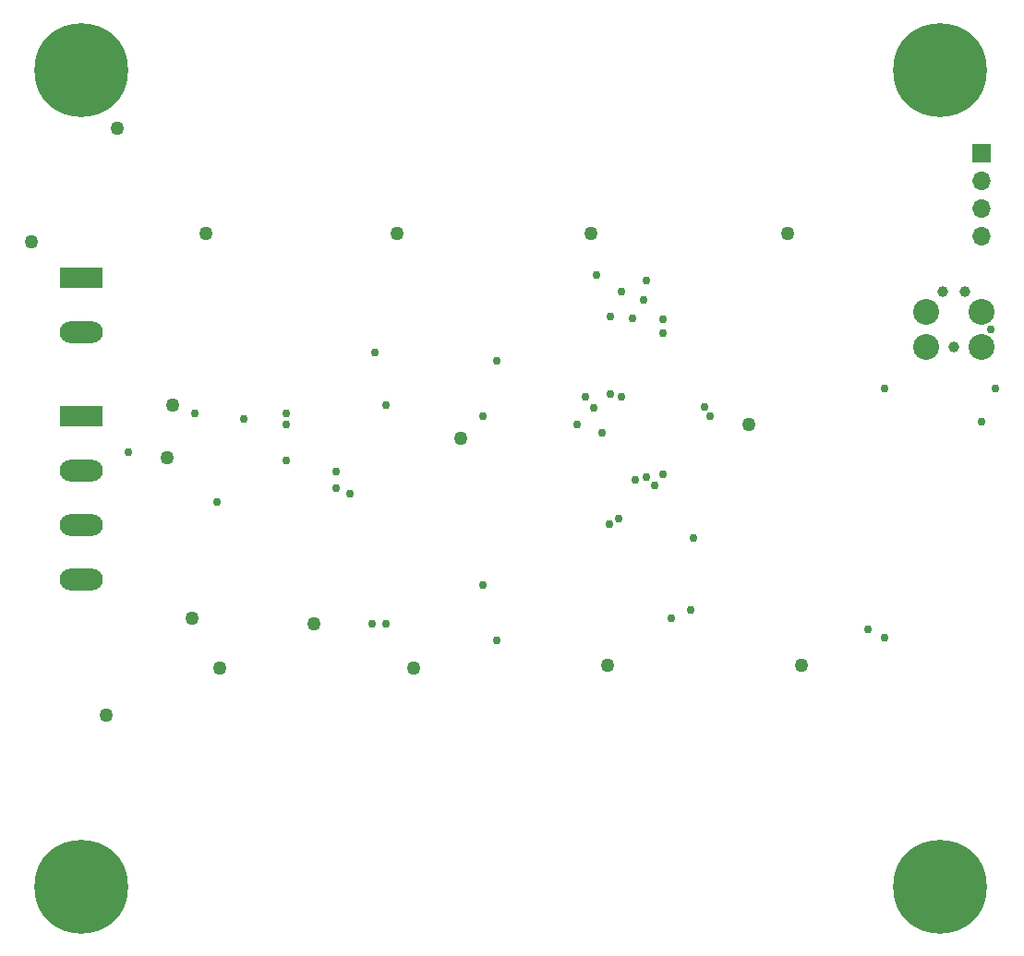
<source format=gbs>
G04 #@! TF.FileFunction,Soldermask,Bot*
%FSLAX46Y46*%
G04 Gerber Fmt 4.6, Leading zero omitted, Abs format (unit mm)*
G04 Created by KiCad (PCBNEW 4.0.6) date 11/20/17 19:22:43*
%MOMM*%
%LPD*%
G01*
G04 APERTURE LIST*
%ADD10C,0.100000*%
%ADD11R,3.960000X1.980000*%
%ADD12O,3.960000X1.980000*%
%ADD13C,2.374900*%
%ADD14C,0.990600*%
%ADD15R,1.700000X1.700000*%
%ADD16O,1.700000X1.700000*%
%ADD17C,8.600000*%
%ADD18C,0.900000*%
%ADD19C,1.270000*%
%ADD20C,0.762000*%
G04 APERTURE END LIST*
D10*
D11*
X91440000Y-81280000D03*
D12*
X91440000Y-86280000D03*
D11*
X91440000Y-93980000D03*
D12*
X91440000Y-98980000D03*
X91440000Y-108980000D03*
X91440000Y-103980000D03*
D13*
X173990000Y-87630000D03*
X168910000Y-87630000D03*
X168910000Y-84455000D03*
X173990000Y-84455000D03*
D14*
X170434000Y-82550000D03*
X172466000Y-82550000D03*
X171450000Y-87630000D03*
D15*
X173990000Y-69850000D03*
D16*
X173990000Y-72390000D03*
X173990000Y-74930000D03*
X173990000Y-77470000D03*
D17*
X91440000Y-62230000D03*
D18*
X94665000Y-62230000D03*
X93720419Y-64510419D03*
X91440000Y-65455000D03*
X89159581Y-64510419D03*
X88215000Y-62230000D03*
X89159581Y-59949581D03*
X91440000Y-59005000D03*
X93720419Y-59949581D03*
D17*
X91440000Y-137160000D03*
D18*
X94665000Y-137160000D03*
X93720419Y-139440419D03*
X91440000Y-140385000D03*
X89159581Y-139440419D03*
X88215000Y-137160000D03*
X89159581Y-134879581D03*
X91440000Y-133935000D03*
X93720419Y-134879581D03*
D17*
X170180000Y-62230000D03*
D18*
X173405000Y-62230000D03*
X172460419Y-64510419D03*
X170180000Y-65455000D03*
X167899581Y-64510419D03*
X166955000Y-62230000D03*
X167899581Y-59949581D03*
X170180000Y-59005000D03*
X172460419Y-59949581D03*
D17*
X170180000Y-137160000D03*
D18*
X173405000Y-137160000D03*
X172460419Y-139440419D03*
X170180000Y-140385000D03*
X167899581Y-139440419D03*
X166955000Y-137160000D03*
X167899581Y-134879581D03*
X170180000Y-133935000D03*
X172460419Y-134879581D03*
D19*
X94742000Y-67564000D03*
X101600000Y-112522000D03*
X112776000Y-113030000D03*
X157480000Y-116840000D03*
X139700000Y-116840000D03*
X121920000Y-117094000D03*
X104140000Y-117094000D03*
X156210000Y-77216000D03*
X138176000Y-77216000D03*
X120396000Y-77216000D03*
X102870000Y-77216000D03*
X126238000Y-96012000D03*
X152654000Y-94742000D03*
X99314000Y-97790000D03*
X99822000Y-92964000D03*
X93726000Y-121412000D03*
X86868000Y-77978000D03*
D20*
X174885082Y-86042499D03*
X138684000Y-81026000D03*
X143256000Y-81534000D03*
X114808000Y-99060000D03*
X114808000Y-100584000D03*
X173990000Y-94488000D03*
X147574000Y-105156000D03*
X165100000Y-91440000D03*
X140716000Y-103378000D03*
X139912896Y-103913403D03*
X175260000Y-91440000D03*
X148572242Y-93170549D03*
X149098000Y-93980000D03*
X143256000Y-99568000D03*
X143002000Y-83312000D03*
X144780000Y-99314000D03*
X144780000Y-86360000D03*
X138430000Y-93218000D03*
X165100000Y-114300000D03*
X128270000Y-93980000D03*
X128270000Y-109474000D03*
X139192000Y-95504000D03*
X163576000Y-113538000D03*
X141991098Y-85084902D03*
X142240000Y-99822000D03*
X144018000Y-100330000D03*
X144780000Y-85090000D03*
X119380000Y-92964000D03*
X119380000Y-113030000D03*
X136906000Y-94742000D03*
X145542000Y-112522000D03*
X137668000Y-92202000D03*
X147320000Y-111760000D03*
X118364000Y-88138000D03*
X118110000Y-113030000D03*
X139954000Y-91948000D03*
X139954000Y-84836000D03*
X129540000Y-88900000D03*
X129540000Y-114554000D03*
X110236000Y-94742000D03*
X110236000Y-98044000D03*
X95758000Y-97282000D03*
X101854000Y-93726000D03*
X103929176Y-101875781D03*
X116078000Y-101092000D03*
X106371092Y-94306975D03*
X110236000Y-93726000D03*
X140970000Y-92202000D03*
X140970000Y-82550000D03*
M02*

</source>
